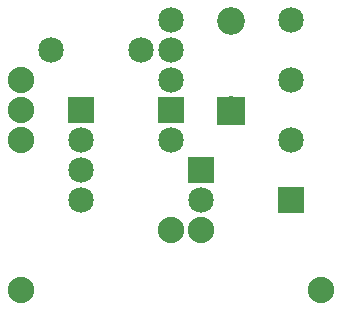
<source format=gbs>
G04 MADE WITH FRITZING*
G04 WWW.FRITZING.ORG*
G04 DOUBLE SIDED*
G04 HOLES PLATED*
G04 CONTOUR ON CENTER OF CONTOUR VECTOR*
%ASAXBY*%
%FSLAX23Y23*%
%MOIN*%
%OFA0B0*%
%SFA1.0B1.0*%
%ADD10C,0.085000*%
%ADD11C,0.092000*%
%ADD12C,0.088000*%
%ADD13C,0.085433*%
%ADD14R,0.085000X0.085000*%
%ADD15R,0.092000X0.092000*%
%LNMASK0*%
G90*
G70*
G54D10*
X1000Y598D03*
X1000Y798D03*
X1000Y998D03*
X300Y398D03*
X300Y498D03*
X300Y598D03*
X600Y998D03*
X600Y898D03*
X600Y798D03*
X200Y898D03*
X500Y898D03*
G54D11*
X800Y698D03*
X800Y996D03*
G54D10*
X700Y498D03*
X700Y398D03*
X600Y698D03*
X600Y598D03*
G54D12*
X100Y98D03*
X100Y698D03*
X100Y798D03*
X100Y598D03*
X1100Y98D03*
X600Y298D03*
X700Y298D03*
G54D13*
X1000Y398D03*
X300Y698D03*
G54D14*
X1000Y398D03*
X300Y698D03*
G54D15*
X800Y697D03*
G54D14*
X700Y498D03*
X600Y698D03*
G04 End of Mask0*
M02*
</source>
